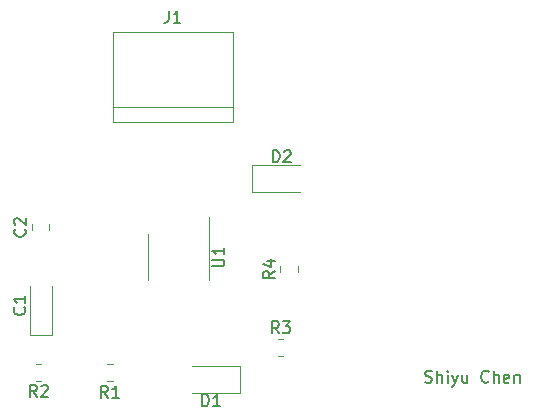
<source format=gbr>
%TF.GenerationSoftware,KiCad,Pcbnew,(6.0.10-0)*%
%TF.CreationDate,2023-02-17T15:36:54-08:00*%
%TF.ProjectId,555timer,35353574-696d-4657-922e-6b696361645f,rev?*%
%TF.SameCoordinates,Original*%
%TF.FileFunction,Legend,Top*%
%TF.FilePolarity,Positive*%
%FSLAX46Y46*%
G04 Gerber Fmt 4.6, Leading zero omitted, Abs format (unit mm)*
G04 Created by KiCad (PCBNEW (6.0.10-0)) date 2023-02-17 15:36:54*
%MOMM*%
%LPD*%
G01*
G04 APERTURE LIST*
%ADD10C,0.150000*%
%ADD11C,0.120000*%
G04 APERTURE END LIST*
D10*
X158536190Y-102004761D02*
X158679047Y-102052380D01*
X158917142Y-102052380D01*
X159012380Y-102004761D01*
X159060000Y-101957142D01*
X159107619Y-101861904D01*
X159107619Y-101766666D01*
X159060000Y-101671428D01*
X159012380Y-101623809D01*
X158917142Y-101576190D01*
X158726666Y-101528571D01*
X158631428Y-101480952D01*
X158583809Y-101433333D01*
X158536190Y-101338095D01*
X158536190Y-101242857D01*
X158583809Y-101147619D01*
X158631428Y-101100000D01*
X158726666Y-101052380D01*
X158964761Y-101052380D01*
X159107619Y-101100000D01*
X159536190Y-102052380D02*
X159536190Y-101052380D01*
X159964761Y-102052380D02*
X159964761Y-101528571D01*
X159917142Y-101433333D01*
X159821904Y-101385714D01*
X159679047Y-101385714D01*
X159583809Y-101433333D01*
X159536190Y-101480952D01*
X160440952Y-102052380D02*
X160440952Y-101385714D01*
X160440952Y-101052380D02*
X160393333Y-101100000D01*
X160440952Y-101147619D01*
X160488571Y-101100000D01*
X160440952Y-101052380D01*
X160440952Y-101147619D01*
X160821904Y-101385714D02*
X161060000Y-102052380D01*
X161298095Y-101385714D02*
X161060000Y-102052380D01*
X160964761Y-102290476D01*
X160917142Y-102338095D01*
X160821904Y-102385714D01*
X162107619Y-101385714D02*
X162107619Y-102052380D01*
X161679047Y-101385714D02*
X161679047Y-101909523D01*
X161726666Y-102004761D01*
X161821904Y-102052380D01*
X161964761Y-102052380D01*
X162060000Y-102004761D01*
X162107619Y-101957142D01*
X163917142Y-101957142D02*
X163869523Y-102004761D01*
X163726666Y-102052380D01*
X163631428Y-102052380D01*
X163488571Y-102004761D01*
X163393333Y-101909523D01*
X163345714Y-101814285D01*
X163298095Y-101623809D01*
X163298095Y-101480952D01*
X163345714Y-101290476D01*
X163393333Y-101195238D01*
X163488571Y-101100000D01*
X163631428Y-101052380D01*
X163726666Y-101052380D01*
X163869523Y-101100000D01*
X163917142Y-101147619D01*
X164345714Y-102052380D02*
X164345714Y-101052380D01*
X164774285Y-102052380D02*
X164774285Y-101528571D01*
X164726666Y-101433333D01*
X164631428Y-101385714D01*
X164488571Y-101385714D01*
X164393333Y-101433333D01*
X164345714Y-101480952D01*
X165631428Y-102004761D02*
X165536190Y-102052380D01*
X165345714Y-102052380D01*
X165250476Y-102004761D01*
X165202857Y-101909523D01*
X165202857Y-101528571D01*
X165250476Y-101433333D01*
X165345714Y-101385714D01*
X165536190Y-101385714D01*
X165631428Y-101433333D01*
X165679047Y-101528571D01*
X165679047Y-101623809D01*
X165202857Y-101719047D01*
X166107619Y-101385714D02*
X166107619Y-102052380D01*
X166107619Y-101480952D02*
X166155238Y-101433333D01*
X166250476Y-101385714D01*
X166393333Y-101385714D01*
X166488571Y-101433333D01*
X166536190Y-101528571D01*
X166536190Y-102052380D01*
%TO.C,D1*%
X139666904Y-104047380D02*
X139666904Y-103047380D01*
X139905000Y-103047380D01*
X140047857Y-103095000D01*
X140143095Y-103190238D01*
X140190714Y-103285476D01*
X140238333Y-103475952D01*
X140238333Y-103618809D01*
X140190714Y-103809285D01*
X140143095Y-103904523D01*
X140047857Y-103999761D01*
X139905000Y-104047380D01*
X139666904Y-104047380D01*
X141190714Y-104047380D02*
X140619285Y-104047380D01*
X140905000Y-104047380D02*
X140905000Y-103047380D01*
X140809761Y-103190238D01*
X140714523Y-103285476D01*
X140619285Y-103333095D01*
%TO.C,R2*%
X125664205Y-103271508D02*
X125330872Y-102795318D01*
X125092776Y-103271508D02*
X125092776Y-102271508D01*
X125473729Y-102271508D01*
X125568967Y-102319128D01*
X125616586Y-102366747D01*
X125664205Y-102461985D01*
X125664205Y-102604842D01*
X125616586Y-102700080D01*
X125568967Y-102747699D01*
X125473729Y-102795318D01*
X125092776Y-102795318D01*
X126045157Y-102366747D02*
X126092776Y-102319128D01*
X126188014Y-102271508D01*
X126426110Y-102271508D01*
X126521348Y-102319128D01*
X126568967Y-102366747D01*
X126616586Y-102461985D01*
X126616586Y-102557223D01*
X126568967Y-102700080D01*
X125997538Y-103271508D01*
X126616586Y-103271508D01*
%TO.C,R4*%
X145832380Y-92606666D02*
X145356190Y-92940000D01*
X145832380Y-93178095D02*
X144832380Y-93178095D01*
X144832380Y-92797142D01*
X144880000Y-92701904D01*
X144927619Y-92654285D01*
X145022857Y-92606666D01*
X145165714Y-92606666D01*
X145260952Y-92654285D01*
X145308571Y-92701904D01*
X145356190Y-92797142D01*
X145356190Y-93178095D01*
X145165714Y-91749523D02*
X145832380Y-91749523D01*
X144784761Y-91987619D02*
X145499047Y-92225714D01*
X145499047Y-91606666D01*
%TO.C,C2*%
X124639642Y-89066666D02*
X124687261Y-89114285D01*
X124734880Y-89257142D01*
X124734880Y-89352380D01*
X124687261Y-89495238D01*
X124592023Y-89590476D01*
X124496785Y-89638095D01*
X124306309Y-89685714D01*
X124163452Y-89685714D01*
X123972976Y-89638095D01*
X123877738Y-89590476D01*
X123782500Y-89495238D01*
X123734880Y-89352380D01*
X123734880Y-89257142D01*
X123782500Y-89114285D01*
X123830119Y-89066666D01*
X123830119Y-88685714D02*
X123782500Y-88638095D01*
X123734880Y-88542857D01*
X123734880Y-88304761D01*
X123782500Y-88209523D01*
X123830119Y-88161904D01*
X123925357Y-88114285D01*
X124020595Y-88114285D01*
X124163452Y-88161904D01*
X124734880Y-88733333D01*
X124734880Y-88114285D01*
%TO.C,R1*%
X131688333Y-103320316D02*
X131355000Y-102844126D01*
X131116904Y-103320316D02*
X131116904Y-102320316D01*
X131497857Y-102320316D01*
X131593095Y-102367936D01*
X131640714Y-102415555D01*
X131688333Y-102510793D01*
X131688333Y-102653650D01*
X131640714Y-102748888D01*
X131593095Y-102796507D01*
X131497857Y-102844126D01*
X131116904Y-102844126D01*
X132640714Y-103320316D02*
X132069285Y-103320316D01*
X132355000Y-103320316D02*
X132355000Y-102320316D01*
X132259761Y-102463174D01*
X132164523Y-102558412D01*
X132069285Y-102606031D01*
%TO.C,J1*%
X136826666Y-70572380D02*
X136826666Y-71286666D01*
X136779047Y-71429523D01*
X136683809Y-71524761D01*
X136540952Y-71572380D01*
X136445714Y-71572380D01*
X137826666Y-71572380D02*
X137255238Y-71572380D01*
X137540952Y-71572380D02*
X137540952Y-70572380D01*
X137445714Y-70715238D01*
X137350476Y-70810476D01*
X137255238Y-70858095D01*
%TO.C,D2*%
X145646904Y-83392380D02*
X145646904Y-82392380D01*
X145885000Y-82392380D01*
X146027857Y-82440000D01*
X146123095Y-82535238D01*
X146170714Y-82630476D01*
X146218333Y-82820952D01*
X146218333Y-82963809D01*
X146170714Y-83154285D01*
X146123095Y-83249523D01*
X146027857Y-83344761D01*
X145885000Y-83392380D01*
X145646904Y-83392380D01*
X146599285Y-82487619D02*
X146646904Y-82440000D01*
X146742142Y-82392380D01*
X146980238Y-82392380D01*
X147075476Y-82440000D01*
X147123095Y-82487619D01*
X147170714Y-82582857D01*
X147170714Y-82678095D01*
X147123095Y-82820952D01*
X146551666Y-83392380D01*
X147170714Y-83392380D01*
%TO.C,C1*%
X124604642Y-95679166D02*
X124652261Y-95726785D01*
X124699880Y-95869642D01*
X124699880Y-95964880D01*
X124652261Y-96107738D01*
X124557023Y-96202976D01*
X124461785Y-96250595D01*
X124271309Y-96298214D01*
X124128452Y-96298214D01*
X123937976Y-96250595D01*
X123842738Y-96202976D01*
X123747500Y-96107738D01*
X123699880Y-95964880D01*
X123699880Y-95869642D01*
X123747500Y-95726785D01*
X123795119Y-95679166D01*
X124699880Y-94726785D02*
X124699880Y-95298214D01*
X124699880Y-95012500D02*
X123699880Y-95012500D01*
X123842738Y-95107738D01*
X123937976Y-95202976D01*
X123985595Y-95298214D01*
%TO.C,U1*%
X140529880Y-92201904D02*
X141339404Y-92201904D01*
X141434642Y-92154285D01*
X141482261Y-92106666D01*
X141529880Y-92011428D01*
X141529880Y-91820952D01*
X141482261Y-91725714D01*
X141434642Y-91678095D01*
X141339404Y-91630476D01*
X140529880Y-91630476D01*
X141529880Y-90630476D02*
X141529880Y-91201904D01*
X141529880Y-90916190D02*
X140529880Y-90916190D01*
X140672738Y-91011428D01*
X140767976Y-91106666D01*
X140815595Y-91201904D01*
%TO.C,R3*%
X146153333Y-97862380D02*
X145820000Y-97386190D01*
X145581904Y-97862380D02*
X145581904Y-96862380D01*
X145962857Y-96862380D01*
X146058095Y-96910000D01*
X146105714Y-96957619D01*
X146153333Y-97052857D01*
X146153333Y-97195714D01*
X146105714Y-97290952D01*
X146058095Y-97338571D01*
X145962857Y-97386190D01*
X145581904Y-97386190D01*
X146486666Y-96862380D02*
X147105714Y-96862380D01*
X146772380Y-97243333D01*
X146915238Y-97243333D01*
X147010476Y-97290952D01*
X147058095Y-97338571D01*
X147105714Y-97433809D01*
X147105714Y-97671904D01*
X147058095Y-97767142D01*
X147010476Y-97814761D01*
X146915238Y-97862380D01*
X146629523Y-97862380D01*
X146534285Y-97814761D01*
X146486666Y-97767142D01*
D11*
%TO.C,D1*%
X142865000Y-102910000D02*
X142865000Y-100640000D01*
X142865000Y-100640000D02*
X138805000Y-100640000D01*
X138805000Y-102910000D02*
X142865000Y-102910000D01*
%TO.C,R2*%
X126057936Y-101904128D02*
X125603808Y-101904128D01*
X126057936Y-100434128D02*
X125603808Y-100434128D01*
%TO.C,R4*%
X146295000Y-92667064D02*
X146295000Y-92212936D01*
X147765000Y-92667064D02*
X147765000Y-92212936D01*
%TO.C,C2*%
X125227500Y-89161252D02*
X125227500Y-88638748D01*
X126697500Y-89161252D02*
X126697500Y-88638748D01*
%TO.C,R1*%
X132082064Y-101952936D02*
X131627936Y-101952936D01*
X132082064Y-100482936D02*
X131627936Y-100482936D01*
%TO.C,J1*%
X142240000Y-78740000D02*
X132080000Y-78740000D01*
X142240000Y-80010000D02*
X142240000Y-72390000D01*
X132080000Y-80010000D02*
X142240000Y-80010000D01*
X142240000Y-72390000D02*
X132080000Y-72390000D01*
X132080000Y-72390000D02*
X132080000Y-80010000D01*
%TO.C,D2*%
X143925000Y-85895000D02*
X147985000Y-85895000D01*
X143925000Y-83625000D02*
X143925000Y-85895000D01*
X147985000Y-83625000D02*
X143925000Y-83625000D01*
%TO.C,C1*%
X126932500Y-97997500D02*
X126932500Y-93912500D01*
X125062500Y-93912500D02*
X125062500Y-97997500D01*
X125062500Y-97997500D02*
X126932500Y-97997500D01*
%TO.C,U1*%
X135117500Y-91440000D02*
X135117500Y-93390000D01*
X140237500Y-91440000D02*
X140237500Y-87990000D01*
X135117500Y-91440000D02*
X135117500Y-89490000D01*
X140237500Y-91440000D02*
X140237500Y-93390000D01*
%TO.C,R3*%
X146092936Y-98325000D02*
X146547064Y-98325000D01*
X146092936Y-99795000D02*
X146547064Y-99795000D01*
%TD*%
M02*

</source>
